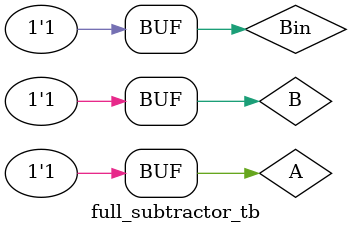
<source format=v>
module full_subtractor_tb;
    reg A,B, Bin;
    wire D,Bout;

    full_subtractor dut (A,B,Bin,D,Bout);
    
    initial begin
        $display("A B Bin | D Bout");
        $display("--------|--------");
            A = 1'b0; B = 1'b0; Bin = 1'b0;
    #10;    A = 1'b0; B = 1'b0; Bin = 1'b1; 
    #10;    A = 1'b0; B = 1'b1; Bin = 1'b0;
    #10;    A = 1'b0; B = 1'b1; Bin = 1'b1; 
    #10;    A = 1'b1; B = 1'b0; Bin = 1'b0; 
    #10;    A = 1'b1; B = 1'b0; Bin = 1'b1;
    #10;	A = 1'b1; B = 1'b1; Bin = 1'b0; 
    #10;    A = 1'b1; B = 1'b1; Bin = 1'b1;
  end
    
  initial begin
    $monitor("simtime=%0t,A=%b,B=%b,Bin=%b,s=%b,c=%b", $time, A,B, Bin,D,Bout);
  end
      endmodule

  

</source>
